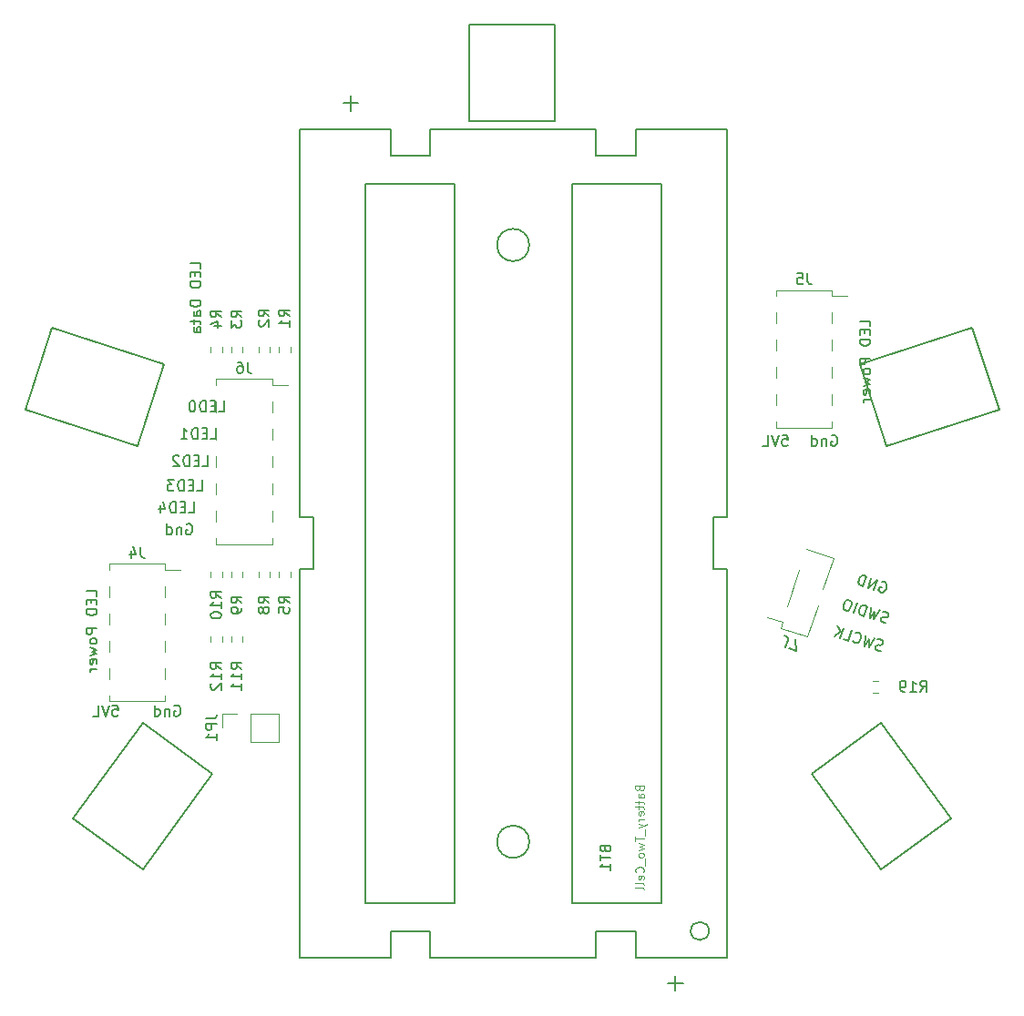
<source format=gbr>
%TF.GenerationSoftware,KiCad,Pcbnew,(6.0.2)*%
%TF.CreationDate,2022-05-01T12:50:51-07:00*%
%TF.ProjectId,controller,636f6e74-726f-46c6-9c65-722e6b696361,rev?*%
%TF.SameCoordinates,Original*%
%TF.FileFunction,Legend,Bot*%
%TF.FilePolarity,Positive*%
%FSLAX46Y46*%
G04 Gerber Fmt 4.6, Leading zero omitted, Abs format (unit mm)*
G04 Created by KiCad (PCBNEW (6.0.2)) date 2022-05-01 12:50:51*
%MOMM*%
%LPD*%
G01*
G04 APERTURE LIST*
%ADD10C,0.160000*%
%ADD11C,0.150000*%
%ADD12C,0.120000*%
G04 APERTURE END LIST*
D10*
X125993017Y-106489779D02*
X119527345Y-115388314D01*
X157835498Y-45842631D02*
X149835972Y-45842631D01*
X111062110Y-65012646D02*
X121523658Y-68412258D01*
X194616502Y-110686367D02*
X188144760Y-115388365D01*
X181678529Y-106490033D02*
X188151237Y-101787706D01*
X199081365Y-72621623D02*
X188619740Y-76020803D01*
X157835194Y-36842217D02*
X157835498Y-45842631D01*
X121523658Y-68412258D02*
X119051756Y-76020473D01*
X149835667Y-36842217D02*
X157835194Y-36842217D01*
X119051756Y-76020473D02*
X108590512Y-72621851D01*
X186147608Y-68412360D02*
X196609233Y-65013154D01*
X188144760Y-115388365D02*
X181678529Y-106490033D01*
X188619740Y-76020803D02*
X186147608Y-68412360D01*
X108590512Y-72621851D02*
X111062110Y-65012646D01*
X196609233Y-65013154D02*
X199081365Y-72621623D01*
X188151237Y-101787706D02*
X194616502Y-110686367D01*
X113054587Y-110686367D02*
X119521173Y-101787554D01*
X119521173Y-101787554D02*
X125993017Y-106489779D01*
X119527345Y-115388314D02*
X113054587Y-110686367D01*
X149835972Y-45842631D02*
X149835667Y-36842217D01*
D11*
X123801047Y-82240380D02*
X124277238Y-82240380D01*
X124277238Y-81240380D01*
X123467714Y-81716571D02*
X123134380Y-81716571D01*
X122991523Y-82240380D02*
X123467714Y-82240380D01*
X123467714Y-81240380D01*
X122991523Y-81240380D01*
X122562952Y-82240380D02*
X122562952Y-81240380D01*
X122324857Y-81240380D01*
X122182000Y-81288000D01*
X122086761Y-81383238D01*
X122039142Y-81478476D01*
X121991523Y-81668952D01*
X121991523Y-81811809D01*
X122039142Y-82002285D01*
X122086761Y-82097523D01*
X122182000Y-82192761D01*
X122324857Y-82240380D01*
X122562952Y-82240380D01*
X121134380Y-81573714D02*
X121134380Y-82240380D01*
X121372476Y-81192761D02*
X121610571Y-81907047D01*
X120991523Y-81907047D01*
X126595047Y-72842380D02*
X127071238Y-72842380D01*
X127071238Y-71842380D01*
X126261714Y-72318571D02*
X125928380Y-72318571D01*
X125785523Y-72842380D02*
X126261714Y-72842380D01*
X126261714Y-71842380D01*
X125785523Y-71842380D01*
X125356952Y-72842380D02*
X125356952Y-71842380D01*
X125118857Y-71842380D01*
X124976000Y-71890000D01*
X124880761Y-71985238D01*
X124833142Y-72080476D01*
X124785523Y-72270952D01*
X124785523Y-72413809D01*
X124833142Y-72604285D01*
X124880761Y-72699523D01*
X124976000Y-72794761D01*
X125118857Y-72842380D01*
X125356952Y-72842380D01*
X124166476Y-71842380D02*
X124071238Y-71842380D01*
X123976000Y-71890000D01*
X123928380Y-71937619D01*
X123880761Y-72032857D01*
X123833142Y-72223333D01*
X123833142Y-72461428D01*
X123880761Y-72651904D01*
X123928380Y-72747142D01*
X123976000Y-72794761D01*
X124071238Y-72842380D01*
X124166476Y-72842380D01*
X124261714Y-72794761D01*
X124309333Y-72747142D01*
X124356952Y-72651904D01*
X124404571Y-72461428D01*
X124404571Y-72223333D01*
X124356952Y-72032857D01*
X124309333Y-71937619D01*
X124261714Y-71890000D01*
X124166476Y-71842380D01*
X123578857Y-83320000D02*
X123674095Y-83272380D01*
X123816952Y-83272380D01*
X123959809Y-83320000D01*
X124055047Y-83415238D01*
X124102666Y-83510476D01*
X124150285Y-83700952D01*
X124150285Y-83843809D01*
X124102666Y-84034285D01*
X124055047Y-84129523D01*
X123959809Y-84224761D01*
X123816952Y-84272380D01*
X123721714Y-84272380D01*
X123578857Y-84224761D01*
X123531238Y-84177142D01*
X123531238Y-83843809D01*
X123721714Y-83843809D01*
X123102666Y-83605714D02*
X123102666Y-84272380D01*
X123102666Y-83700952D02*
X123055047Y-83653333D01*
X122959809Y-83605714D01*
X122816952Y-83605714D01*
X122721714Y-83653333D01*
X122674095Y-83748571D01*
X122674095Y-84272380D01*
X121769333Y-84272380D02*
X121769333Y-83272380D01*
X121769333Y-84224761D02*
X121864571Y-84272380D01*
X122055047Y-84272380D01*
X122150285Y-84224761D01*
X122197904Y-84177142D01*
X122245523Y-84081904D01*
X122245523Y-83796190D01*
X122197904Y-83700952D01*
X122150285Y-83653333D01*
X122055047Y-83605714D01*
X121864571Y-83605714D01*
X121769333Y-83653333D01*
X125833047Y-75382380D02*
X126309238Y-75382380D01*
X126309238Y-74382380D01*
X125499714Y-74858571D02*
X125166380Y-74858571D01*
X125023523Y-75382380D02*
X125499714Y-75382380D01*
X125499714Y-74382380D01*
X125023523Y-74382380D01*
X124594952Y-75382380D02*
X124594952Y-74382380D01*
X124356857Y-74382380D01*
X124214000Y-74430000D01*
X124118761Y-74525238D01*
X124071142Y-74620476D01*
X124023523Y-74810952D01*
X124023523Y-74953809D01*
X124071142Y-75144285D01*
X124118761Y-75239523D01*
X124214000Y-75334761D01*
X124356857Y-75382380D01*
X124594952Y-75382380D01*
X123071142Y-75382380D02*
X123642571Y-75382380D01*
X123356857Y-75382380D02*
X123356857Y-74382380D01*
X123452095Y-74525238D01*
X123547333Y-74620476D01*
X123642571Y-74668095D01*
X188204122Y-88659913D02*
X188309414Y-88644055D01*
X188445280Y-88688200D01*
X188566430Y-88777634D01*
X188627576Y-88897641D01*
X188643435Y-89002932D01*
X188629863Y-89198801D01*
X188585717Y-89334666D01*
X188481569Y-89501105D01*
X188406850Y-89576967D01*
X188286843Y-89638113D01*
X188136263Y-89639256D01*
X188045686Y-89609826D01*
X187924536Y-89520392D01*
X187893962Y-89460389D01*
X187996968Y-89143370D01*
X188178122Y-89202231D01*
X187456937Y-89418530D02*
X187765954Y-88467473D01*
X186913476Y-89241949D01*
X187222493Y-88290892D01*
X186460592Y-89094798D02*
X186769609Y-88143741D01*
X186543167Y-88070166D01*
X186392586Y-88071309D01*
X186272579Y-88132456D01*
X186197861Y-88208317D01*
X186093712Y-88374756D01*
X186049567Y-88510621D01*
X186035995Y-88706490D01*
X186051853Y-88811782D01*
X186112999Y-88931789D01*
X186234150Y-89021222D01*
X186460592Y-89094798D01*
X116695238Y-100152380D02*
X117171428Y-100152380D01*
X117219047Y-100628571D01*
X117171428Y-100580952D01*
X117076190Y-100533333D01*
X116838095Y-100533333D01*
X116742857Y-100580952D01*
X116695238Y-100628571D01*
X116647619Y-100723809D01*
X116647619Y-100961904D01*
X116695238Y-101057142D01*
X116742857Y-101104761D01*
X116838095Y-101152380D01*
X117076190Y-101152380D01*
X117171428Y-101104761D01*
X117219047Y-101057142D01*
X116361904Y-100152380D02*
X116028571Y-101152380D01*
X115695238Y-100152380D01*
X114885714Y-101152380D02*
X115361904Y-101152380D01*
X115361904Y-100152380D01*
X178955238Y-75017380D02*
X179431428Y-75017380D01*
X179479047Y-75493571D01*
X179431428Y-75445952D01*
X179336190Y-75398333D01*
X179098095Y-75398333D01*
X179002857Y-75445952D01*
X178955238Y-75493571D01*
X178907619Y-75588809D01*
X178907619Y-75826904D01*
X178955238Y-75922142D01*
X179002857Y-75969761D01*
X179098095Y-76017380D01*
X179336190Y-76017380D01*
X179431428Y-75969761D01*
X179479047Y-75922142D01*
X178621904Y-75017380D02*
X178288571Y-76017380D01*
X177955238Y-75017380D01*
X177145714Y-76017380D02*
X177621904Y-76017380D01*
X177621904Y-75017380D01*
X122442857Y-100200000D02*
X122538095Y-100152380D01*
X122680952Y-100152380D01*
X122823809Y-100200000D01*
X122919047Y-100295238D01*
X122966666Y-100390476D01*
X123014285Y-100580952D01*
X123014285Y-100723809D01*
X122966666Y-100914285D01*
X122919047Y-101009523D01*
X122823809Y-101104761D01*
X122680952Y-101152380D01*
X122585714Y-101152380D01*
X122442857Y-101104761D01*
X122395238Y-101057142D01*
X122395238Y-100723809D01*
X122585714Y-100723809D01*
X121966666Y-100485714D02*
X121966666Y-101152380D01*
X121966666Y-100580952D02*
X121919047Y-100533333D01*
X121823809Y-100485714D01*
X121680952Y-100485714D01*
X121585714Y-100533333D01*
X121538095Y-100628571D01*
X121538095Y-101152380D01*
X120633333Y-101152380D02*
X120633333Y-100152380D01*
X120633333Y-101104761D02*
X120728571Y-101152380D01*
X120919047Y-101152380D01*
X121014285Y-101104761D01*
X121061904Y-101057142D01*
X121109523Y-100961904D01*
X121109523Y-100676190D01*
X121061904Y-100580952D01*
X121014285Y-100533333D01*
X120919047Y-100485714D01*
X120728571Y-100485714D01*
X120633333Y-100533333D01*
X188580255Y-92479773D02*
X188429675Y-92480916D01*
X188203233Y-92407340D01*
X188127371Y-92332622D01*
X188096798Y-92272618D01*
X188080940Y-92167326D01*
X188110370Y-92076750D01*
X188185088Y-92000888D01*
X188245092Y-91970314D01*
X188350384Y-91954456D01*
X188546253Y-91968028D01*
X188651544Y-91952170D01*
X188711548Y-91921597D01*
X188786267Y-91845735D01*
X188815697Y-91755158D01*
X188799839Y-91649866D01*
X188769265Y-91589863D01*
X188693404Y-91515144D01*
X188466961Y-91441569D01*
X188316381Y-91442712D01*
X188014077Y-91294418D02*
X187478618Y-92171899D01*
X187518191Y-91433712D01*
X187116311Y-92054178D01*
X187198886Y-91029546D01*
X186527562Y-91862882D02*
X186836579Y-90911825D01*
X186610137Y-90838250D01*
X186459557Y-90839393D01*
X186339550Y-90900540D01*
X186264831Y-90976401D01*
X186160682Y-91142840D01*
X186116537Y-91278705D01*
X186102965Y-91474574D01*
X186118823Y-91579866D01*
X186179970Y-91699873D01*
X186301120Y-91789306D01*
X186527562Y-91862882D01*
X185576505Y-91553865D02*
X185885522Y-90602808D01*
X185251485Y-90396797D02*
X185070331Y-90337937D01*
X184965039Y-90353795D01*
X184845032Y-90414941D01*
X184740883Y-90581380D01*
X184637878Y-90898399D01*
X184624306Y-91094268D01*
X184685452Y-91214275D01*
X184761314Y-91288993D01*
X184942468Y-91347853D01*
X185047760Y-91331995D01*
X185167767Y-91270849D01*
X185271915Y-91104410D01*
X185374921Y-90787391D01*
X185388493Y-90591523D01*
X185327346Y-90471516D01*
X185251485Y-90396797D01*
X188081120Y-95063918D02*
X187930540Y-95065061D01*
X187704098Y-94991486D01*
X187628236Y-94916767D01*
X187597663Y-94856764D01*
X187581805Y-94751472D01*
X187611235Y-94660895D01*
X187685954Y-94585033D01*
X187745957Y-94554460D01*
X187851249Y-94538602D01*
X188047118Y-94552174D01*
X188152410Y-94536315D01*
X188212413Y-94505742D01*
X188287132Y-94429880D01*
X188316562Y-94339303D01*
X188300704Y-94234012D01*
X188270130Y-94174008D01*
X188194269Y-94099289D01*
X187967827Y-94025714D01*
X187817246Y-94026857D01*
X187514943Y-93878563D02*
X186979484Y-94756044D01*
X187019056Y-94017858D01*
X186617176Y-94638323D01*
X186699751Y-93613691D01*
X185514396Y-94179869D02*
X185544970Y-94239873D01*
X185666120Y-94329306D01*
X185756697Y-94358737D01*
X185907277Y-94357593D01*
X186027284Y-94296447D01*
X186102003Y-94220585D01*
X186206151Y-94054147D01*
X186250297Y-93918281D01*
X186263869Y-93722413D01*
X186248010Y-93617121D01*
X186186864Y-93497114D01*
X186065714Y-93407680D01*
X185975137Y-93378250D01*
X185824557Y-93379393D01*
X185764553Y-93409966D01*
X184624487Y-93990859D02*
X185077371Y-94138010D01*
X185386388Y-93186954D01*
X184307468Y-93887853D02*
X184616485Y-92936797D01*
X183764007Y-93711272D02*
X184348184Y-93300247D01*
X184073024Y-92760216D02*
X184439904Y-93480258D01*
X183522857Y-75065000D02*
X183618095Y-75017380D01*
X183760952Y-75017380D01*
X183903809Y-75065000D01*
X183999047Y-75160238D01*
X184046666Y-75255476D01*
X184094285Y-75445952D01*
X184094285Y-75588809D01*
X184046666Y-75779285D01*
X183999047Y-75874523D01*
X183903809Y-75969761D01*
X183760952Y-76017380D01*
X183665714Y-76017380D01*
X183522857Y-75969761D01*
X183475238Y-75922142D01*
X183475238Y-75588809D01*
X183665714Y-75588809D01*
X183046666Y-75350714D02*
X183046666Y-76017380D01*
X183046666Y-75445952D02*
X182999047Y-75398333D01*
X182903809Y-75350714D01*
X182760952Y-75350714D01*
X182665714Y-75398333D01*
X182618095Y-75493571D01*
X182618095Y-76017380D01*
X181713333Y-76017380D02*
X181713333Y-75017380D01*
X181713333Y-75969761D02*
X181808571Y-76017380D01*
X181999047Y-76017380D01*
X182094285Y-75969761D01*
X182141904Y-75922142D01*
X182189523Y-75826904D01*
X182189523Y-75541190D01*
X182141904Y-75445952D01*
X182094285Y-75398333D01*
X181999047Y-75350714D01*
X181808571Y-75350714D01*
X181713333Y-75398333D01*
X124563047Y-80208380D02*
X125039238Y-80208380D01*
X125039238Y-79208380D01*
X124229714Y-79684571D02*
X123896380Y-79684571D01*
X123753523Y-80208380D02*
X124229714Y-80208380D01*
X124229714Y-79208380D01*
X123753523Y-79208380D01*
X123324952Y-80208380D02*
X123324952Y-79208380D01*
X123086857Y-79208380D01*
X122944000Y-79256000D01*
X122848761Y-79351238D01*
X122801142Y-79446476D01*
X122753523Y-79636952D01*
X122753523Y-79779809D01*
X122801142Y-79970285D01*
X122848761Y-80065523D01*
X122944000Y-80160761D01*
X123086857Y-80208380D01*
X123324952Y-80208380D01*
X122420190Y-79208380D02*
X121801142Y-79208380D01*
X122134476Y-79589333D01*
X121991619Y-79589333D01*
X121896380Y-79636952D01*
X121848761Y-79684571D01*
X121801142Y-79779809D01*
X121801142Y-80017904D01*
X121848761Y-80113142D01*
X121896380Y-80160761D01*
X121991619Y-80208380D01*
X122277333Y-80208380D01*
X122372571Y-80160761D01*
X122420190Y-80113142D01*
X125071047Y-77922380D02*
X125547238Y-77922380D01*
X125547238Y-76922380D01*
X124737714Y-77398571D02*
X124404380Y-77398571D01*
X124261523Y-77922380D02*
X124737714Y-77922380D01*
X124737714Y-76922380D01*
X124261523Y-76922380D01*
X123832952Y-77922380D02*
X123832952Y-76922380D01*
X123594857Y-76922380D01*
X123452000Y-76970000D01*
X123356761Y-77065238D01*
X123309142Y-77160476D01*
X123261523Y-77350952D01*
X123261523Y-77493809D01*
X123309142Y-77684285D01*
X123356761Y-77779523D01*
X123452000Y-77874761D01*
X123594857Y-77922380D01*
X123832952Y-77922380D01*
X122880571Y-77017619D02*
X122832952Y-76970000D01*
X122737714Y-76922380D01*
X122499619Y-76922380D01*
X122404380Y-76970000D01*
X122356761Y-77017619D01*
X122309142Y-77112857D01*
X122309142Y-77208095D01*
X122356761Y-77350952D01*
X122928190Y-77922380D01*
X122309142Y-77922380D01*
%TO.C,J4*%
X119308333Y-85422380D02*
X119308333Y-86136666D01*
X119355952Y-86279523D01*
X119451190Y-86374761D01*
X119594047Y-86422380D01*
X119689285Y-86422380D01*
X118403571Y-85755714D02*
X118403571Y-86422380D01*
X118641666Y-85374761D02*
X118879761Y-86089047D01*
X118260714Y-86089047D01*
X115260380Y-89979904D02*
X115260380Y-89503714D01*
X114260380Y-89503714D01*
X114736571Y-90313238D02*
X114736571Y-90646571D01*
X115260380Y-90789428D02*
X115260380Y-90313238D01*
X114260380Y-90313238D01*
X114260380Y-90789428D01*
X115260380Y-91218000D02*
X114260380Y-91218000D01*
X114260380Y-91456095D01*
X114308000Y-91598952D01*
X114403238Y-91694190D01*
X114498476Y-91741809D01*
X114688952Y-91789428D01*
X114831809Y-91789428D01*
X115022285Y-91741809D01*
X115117523Y-91694190D01*
X115212761Y-91598952D01*
X115260380Y-91456095D01*
X115260380Y-91218000D01*
X115260380Y-92979904D02*
X114260380Y-92979904D01*
X114260380Y-93360857D01*
X114308000Y-93456095D01*
X114355619Y-93503714D01*
X114450857Y-93551333D01*
X114593714Y-93551333D01*
X114688952Y-93503714D01*
X114736571Y-93456095D01*
X114784190Y-93360857D01*
X114784190Y-92979904D01*
X115260380Y-94122761D02*
X115212761Y-94027523D01*
X115165142Y-93979904D01*
X115069904Y-93932285D01*
X114784190Y-93932285D01*
X114688952Y-93979904D01*
X114641333Y-94027523D01*
X114593714Y-94122761D01*
X114593714Y-94265619D01*
X114641333Y-94360857D01*
X114688952Y-94408476D01*
X114784190Y-94456095D01*
X115069904Y-94456095D01*
X115165142Y-94408476D01*
X115212761Y-94360857D01*
X115260380Y-94265619D01*
X115260380Y-94122761D01*
X114593714Y-94789428D02*
X115260380Y-94979904D01*
X114784190Y-95170380D01*
X115260380Y-95360857D01*
X114593714Y-95551333D01*
X115212761Y-96313238D02*
X115260380Y-96218000D01*
X115260380Y-96027523D01*
X115212761Y-95932285D01*
X115117523Y-95884666D01*
X114736571Y-95884666D01*
X114641333Y-95932285D01*
X114593714Y-96027523D01*
X114593714Y-96218000D01*
X114641333Y-96313238D01*
X114736571Y-96360857D01*
X114831809Y-96360857D01*
X114927047Y-95884666D01*
X115260380Y-96789428D02*
X114593714Y-96789428D01*
X114784190Y-96789428D02*
X114688952Y-96837047D01*
X114641333Y-96884666D01*
X114593714Y-96979904D01*
X114593714Y-97075142D01*
%TO.C,BT1*%
X162488571Y-113514285D02*
X162536190Y-113657142D01*
X162583809Y-113704761D01*
X162679047Y-113752380D01*
X162821904Y-113752380D01*
X162917142Y-113704761D01*
X162964761Y-113657142D01*
X163012380Y-113561904D01*
X163012380Y-113180952D01*
X162012380Y-113180952D01*
X162012380Y-113514285D01*
X162060000Y-113609523D01*
X162107619Y-113657142D01*
X162202857Y-113704761D01*
X162298095Y-113704761D01*
X162393333Y-113657142D01*
X162440952Y-113609523D01*
X162488571Y-113514285D01*
X162488571Y-113180952D01*
X162012380Y-114038095D02*
X162012380Y-114609523D01*
X163012380Y-114323809D02*
X162012380Y-114323809D01*
X163012380Y-115466666D02*
X163012380Y-114895238D01*
X163012380Y-115180952D02*
X162012380Y-115180952D01*
X162155238Y-115085714D01*
X162250476Y-114990476D01*
X162298095Y-114895238D01*
D12*
X165677857Y-107880714D02*
X165715952Y-107995000D01*
X165754047Y-108033095D01*
X165830238Y-108071190D01*
X165944523Y-108071190D01*
X166020714Y-108033095D01*
X166058809Y-107995000D01*
X166096904Y-107918809D01*
X166096904Y-107614047D01*
X165296904Y-107614047D01*
X165296904Y-107880714D01*
X165335000Y-107956904D01*
X165373095Y-107995000D01*
X165449285Y-108033095D01*
X165525476Y-108033095D01*
X165601666Y-107995000D01*
X165639761Y-107956904D01*
X165677857Y-107880714D01*
X165677857Y-107614047D01*
X166096904Y-108756904D02*
X165677857Y-108756904D01*
X165601666Y-108718809D01*
X165563571Y-108642619D01*
X165563571Y-108490238D01*
X165601666Y-108414047D01*
X166058809Y-108756904D02*
X166096904Y-108680714D01*
X166096904Y-108490238D01*
X166058809Y-108414047D01*
X165982619Y-108375952D01*
X165906428Y-108375952D01*
X165830238Y-108414047D01*
X165792142Y-108490238D01*
X165792142Y-108680714D01*
X165754047Y-108756904D01*
X165563571Y-109023571D02*
X165563571Y-109328333D01*
X165296904Y-109137857D02*
X165982619Y-109137857D01*
X166058809Y-109175952D01*
X166096904Y-109252142D01*
X166096904Y-109328333D01*
X165563571Y-109480714D02*
X165563571Y-109785476D01*
X165296904Y-109595000D02*
X165982619Y-109595000D01*
X166058809Y-109633095D01*
X166096904Y-109709285D01*
X166096904Y-109785476D01*
X166058809Y-110356904D02*
X166096904Y-110280714D01*
X166096904Y-110128333D01*
X166058809Y-110052142D01*
X165982619Y-110014047D01*
X165677857Y-110014047D01*
X165601666Y-110052142D01*
X165563571Y-110128333D01*
X165563571Y-110280714D01*
X165601666Y-110356904D01*
X165677857Y-110395000D01*
X165754047Y-110395000D01*
X165830238Y-110014047D01*
X166096904Y-110737857D02*
X165563571Y-110737857D01*
X165715952Y-110737857D02*
X165639761Y-110775952D01*
X165601666Y-110814047D01*
X165563571Y-110890238D01*
X165563571Y-110966428D01*
X165563571Y-111156904D02*
X166096904Y-111347380D01*
X165563571Y-111537857D02*
X166096904Y-111347380D01*
X166287380Y-111271190D01*
X166325476Y-111233095D01*
X166363571Y-111156904D01*
X166173095Y-111652142D02*
X166173095Y-112261666D01*
X165296904Y-112337857D02*
X165296904Y-112795000D01*
X166096904Y-112566428D02*
X165296904Y-112566428D01*
X165563571Y-112985476D02*
X166096904Y-113137857D01*
X165715952Y-113290238D01*
X166096904Y-113442619D01*
X165563571Y-113595000D01*
X166096904Y-114014047D02*
X166058809Y-113937857D01*
X166020714Y-113899761D01*
X165944523Y-113861666D01*
X165715952Y-113861666D01*
X165639761Y-113899761D01*
X165601666Y-113937857D01*
X165563571Y-114014047D01*
X165563571Y-114128333D01*
X165601666Y-114204523D01*
X165639761Y-114242619D01*
X165715952Y-114280714D01*
X165944523Y-114280714D01*
X166020714Y-114242619D01*
X166058809Y-114204523D01*
X166096904Y-114128333D01*
X166096904Y-114014047D01*
X166173095Y-114433095D02*
X166173095Y-115042619D01*
X166020714Y-115690238D02*
X166058809Y-115652142D01*
X166096904Y-115537857D01*
X166096904Y-115461666D01*
X166058809Y-115347380D01*
X165982619Y-115271190D01*
X165906428Y-115233095D01*
X165754047Y-115195000D01*
X165639761Y-115195000D01*
X165487380Y-115233095D01*
X165411190Y-115271190D01*
X165335000Y-115347380D01*
X165296904Y-115461666D01*
X165296904Y-115537857D01*
X165335000Y-115652142D01*
X165373095Y-115690238D01*
X166058809Y-116337857D02*
X166096904Y-116261666D01*
X166096904Y-116109285D01*
X166058809Y-116033095D01*
X165982619Y-115995000D01*
X165677857Y-115995000D01*
X165601666Y-116033095D01*
X165563571Y-116109285D01*
X165563571Y-116261666D01*
X165601666Y-116337857D01*
X165677857Y-116375952D01*
X165754047Y-116375952D01*
X165830238Y-115995000D01*
X166096904Y-116833095D02*
X166058809Y-116756904D01*
X165982619Y-116718809D01*
X165296904Y-116718809D01*
X166096904Y-117252142D02*
X166058809Y-117175952D01*
X165982619Y-117137857D01*
X165296904Y-117137857D01*
D11*
%TO.C,J6*%
X129253333Y-68242380D02*
X129253333Y-68956666D01*
X129300952Y-69099523D01*
X129396190Y-69194761D01*
X129539047Y-69242380D01*
X129634285Y-69242380D01*
X128348571Y-68242380D02*
X128539047Y-68242380D01*
X128634285Y-68290000D01*
X128681904Y-68337619D01*
X128777142Y-68480476D01*
X128824761Y-68670952D01*
X128824761Y-69051904D01*
X128777142Y-69147142D01*
X128729523Y-69194761D01*
X128634285Y-69242380D01*
X128443809Y-69242380D01*
X128348571Y-69194761D01*
X128300952Y-69147142D01*
X128253333Y-69051904D01*
X128253333Y-68813809D01*
X128300952Y-68718571D01*
X128348571Y-68670952D01*
X128443809Y-68623333D01*
X128634285Y-68623333D01*
X128729523Y-68670952D01*
X128777142Y-68718571D01*
X128824761Y-68813809D01*
X124912380Y-59515714D02*
X124912380Y-59039523D01*
X123912380Y-59039523D01*
X124388571Y-59849047D02*
X124388571Y-60182380D01*
X124912380Y-60325238D02*
X124912380Y-59849047D01*
X123912380Y-59849047D01*
X123912380Y-60325238D01*
X124912380Y-60753809D02*
X123912380Y-60753809D01*
X123912380Y-60991904D01*
X123960000Y-61134761D01*
X124055238Y-61230000D01*
X124150476Y-61277619D01*
X124340952Y-61325238D01*
X124483809Y-61325238D01*
X124674285Y-61277619D01*
X124769523Y-61230000D01*
X124864761Y-61134761D01*
X124912380Y-60991904D01*
X124912380Y-60753809D01*
X124912380Y-62515714D02*
X123912380Y-62515714D01*
X123912380Y-62753809D01*
X123960000Y-62896666D01*
X124055238Y-62991904D01*
X124150476Y-63039523D01*
X124340952Y-63087142D01*
X124483809Y-63087142D01*
X124674285Y-63039523D01*
X124769523Y-62991904D01*
X124864761Y-62896666D01*
X124912380Y-62753809D01*
X124912380Y-62515714D01*
X124912380Y-63944285D02*
X124388571Y-63944285D01*
X124293333Y-63896666D01*
X124245714Y-63801428D01*
X124245714Y-63610952D01*
X124293333Y-63515714D01*
X124864761Y-63944285D02*
X124912380Y-63849047D01*
X124912380Y-63610952D01*
X124864761Y-63515714D01*
X124769523Y-63468095D01*
X124674285Y-63468095D01*
X124579047Y-63515714D01*
X124531428Y-63610952D01*
X124531428Y-63849047D01*
X124483809Y-63944285D01*
X124245714Y-64277619D02*
X124245714Y-64658571D01*
X123912380Y-64420476D02*
X124769523Y-64420476D01*
X124864761Y-64468095D01*
X124912380Y-64563333D01*
X124912380Y-64658571D01*
X124912380Y-65420476D02*
X124388571Y-65420476D01*
X124293333Y-65372857D01*
X124245714Y-65277619D01*
X124245714Y-65087142D01*
X124293333Y-64991904D01*
X124864761Y-65420476D02*
X124912380Y-65325238D01*
X124912380Y-65087142D01*
X124864761Y-64991904D01*
X124769523Y-64944285D01*
X124674285Y-64944285D01*
X124579047Y-64991904D01*
X124531428Y-65087142D01*
X124531428Y-65325238D01*
X124483809Y-65420476D01*
%TO.C,R9*%
X128722380Y-90638333D02*
X128246190Y-90305000D01*
X128722380Y-90066904D02*
X127722380Y-90066904D01*
X127722380Y-90447857D01*
X127770000Y-90543095D01*
X127817619Y-90590714D01*
X127912857Y-90638333D01*
X128055714Y-90638333D01*
X128150952Y-90590714D01*
X128198571Y-90543095D01*
X128246190Y-90447857D01*
X128246190Y-90066904D01*
X128722380Y-91114523D02*
X128722380Y-91305000D01*
X128674761Y-91400238D01*
X128627142Y-91447857D01*
X128484285Y-91543095D01*
X128293809Y-91590714D01*
X127912857Y-91590714D01*
X127817619Y-91543095D01*
X127770000Y-91495476D01*
X127722380Y-91400238D01*
X127722380Y-91209761D01*
X127770000Y-91114523D01*
X127817619Y-91066904D01*
X127912857Y-91019285D01*
X128150952Y-91019285D01*
X128246190Y-91066904D01*
X128293809Y-91114523D01*
X128341428Y-91209761D01*
X128341428Y-91400238D01*
X128293809Y-91495476D01*
X128246190Y-91543095D01*
X128150952Y-91590714D01*
%TO.C,R2*%
X131262380Y-63968333D02*
X130786190Y-63635000D01*
X131262380Y-63396904D02*
X130262380Y-63396904D01*
X130262380Y-63777857D01*
X130310000Y-63873095D01*
X130357619Y-63920714D01*
X130452857Y-63968333D01*
X130595714Y-63968333D01*
X130690952Y-63920714D01*
X130738571Y-63873095D01*
X130786190Y-63777857D01*
X130786190Y-63396904D01*
X130357619Y-64349285D02*
X130310000Y-64396904D01*
X130262380Y-64492142D01*
X130262380Y-64730238D01*
X130310000Y-64825476D01*
X130357619Y-64873095D01*
X130452857Y-64920714D01*
X130548095Y-64920714D01*
X130690952Y-64873095D01*
X131262380Y-64301666D01*
X131262380Y-64920714D01*
%TO.C,R1*%
X133167380Y-63968333D02*
X132691190Y-63635000D01*
X133167380Y-63396904D02*
X132167380Y-63396904D01*
X132167380Y-63777857D01*
X132215000Y-63873095D01*
X132262619Y-63920714D01*
X132357857Y-63968333D01*
X132500714Y-63968333D01*
X132595952Y-63920714D01*
X132643571Y-63873095D01*
X132691190Y-63777857D01*
X132691190Y-63396904D01*
X133167380Y-64920714D02*
X133167380Y-64349285D01*
X133167380Y-64635000D02*
X132167380Y-64635000D01*
X132310238Y-64539761D01*
X132405476Y-64444523D01*
X132453095Y-64349285D01*
%TO.C,R3*%
X128722380Y-64048333D02*
X128246190Y-63715000D01*
X128722380Y-63476904D02*
X127722380Y-63476904D01*
X127722380Y-63857857D01*
X127770000Y-63953095D01*
X127817619Y-64000714D01*
X127912857Y-64048333D01*
X128055714Y-64048333D01*
X128150952Y-64000714D01*
X128198571Y-63953095D01*
X128246190Y-63857857D01*
X128246190Y-63476904D01*
X127722380Y-64381666D02*
X127722380Y-65000714D01*
X128103333Y-64667380D01*
X128103333Y-64810238D01*
X128150952Y-64905476D01*
X128198571Y-64953095D01*
X128293809Y-65000714D01*
X128531904Y-65000714D01*
X128627142Y-64953095D01*
X128674761Y-64905476D01*
X128722380Y-64810238D01*
X128722380Y-64524523D01*
X128674761Y-64429285D01*
X128627142Y-64381666D01*
%TO.C,R5*%
X133167380Y-90638333D02*
X132691190Y-90305000D01*
X133167380Y-90066904D02*
X132167380Y-90066904D01*
X132167380Y-90447857D01*
X132215000Y-90543095D01*
X132262619Y-90590714D01*
X132357857Y-90638333D01*
X132500714Y-90638333D01*
X132595952Y-90590714D01*
X132643571Y-90543095D01*
X132691190Y-90447857D01*
X132691190Y-90066904D01*
X132167380Y-91543095D02*
X132167380Y-91066904D01*
X132643571Y-91019285D01*
X132595952Y-91066904D01*
X132548333Y-91162142D01*
X132548333Y-91400238D01*
X132595952Y-91495476D01*
X132643571Y-91543095D01*
X132738809Y-91590714D01*
X132976904Y-91590714D01*
X133072142Y-91543095D01*
X133119761Y-91495476D01*
X133167380Y-91400238D01*
X133167380Y-91162142D01*
X133119761Y-91066904D01*
X133072142Y-91019285D01*
%TO.C,J5*%
X181293333Y-59987380D02*
X181293333Y-60701666D01*
X181340952Y-60844523D01*
X181436190Y-60939761D01*
X181579047Y-60987380D01*
X181674285Y-60987380D01*
X180340952Y-59987380D02*
X180817142Y-59987380D01*
X180864761Y-60463571D01*
X180817142Y-60415952D01*
X180721904Y-60368333D01*
X180483809Y-60368333D01*
X180388571Y-60415952D01*
X180340952Y-60463571D01*
X180293333Y-60558809D01*
X180293333Y-60796904D01*
X180340952Y-60892142D01*
X180388571Y-60939761D01*
X180483809Y-60987380D01*
X180721904Y-60987380D01*
X180817142Y-60939761D01*
X180864761Y-60892142D01*
X187137380Y-64886904D02*
X187137380Y-64410714D01*
X186137380Y-64410714D01*
X186613571Y-65220238D02*
X186613571Y-65553571D01*
X187137380Y-65696428D02*
X187137380Y-65220238D01*
X186137380Y-65220238D01*
X186137380Y-65696428D01*
X187137380Y-66125000D02*
X186137380Y-66125000D01*
X186137380Y-66363095D01*
X186185000Y-66505952D01*
X186280238Y-66601190D01*
X186375476Y-66648809D01*
X186565952Y-66696428D01*
X186708809Y-66696428D01*
X186899285Y-66648809D01*
X186994523Y-66601190D01*
X187089761Y-66505952D01*
X187137380Y-66363095D01*
X187137380Y-66125000D01*
X187137380Y-67886904D02*
X186137380Y-67886904D01*
X186137380Y-68267857D01*
X186185000Y-68363095D01*
X186232619Y-68410714D01*
X186327857Y-68458333D01*
X186470714Y-68458333D01*
X186565952Y-68410714D01*
X186613571Y-68363095D01*
X186661190Y-68267857D01*
X186661190Y-67886904D01*
X187137380Y-69029761D02*
X187089761Y-68934523D01*
X187042142Y-68886904D01*
X186946904Y-68839285D01*
X186661190Y-68839285D01*
X186565952Y-68886904D01*
X186518333Y-68934523D01*
X186470714Y-69029761D01*
X186470714Y-69172619D01*
X186518333Y-69267857D01*
X186565952Y-69315476D01*
X186661190Y-69363095D01*
X186946904Y-69363095D01*
X187042142Y-69315476D01*
X187089761Y-69267857D01*
X187137380Y-69172619D01*
X187137380Y-69029761D01*
X186470714Y-69696428D02*
X187137380Y-69886904D01*
X186661190Y-70077380D01*
X187137380Y-70267857D01*
X186470714Y-70458333D01*
X187089761Y-71220238D02*
X187137380Y-71125000D01*
X187137380Y-70934523D01*
X187089761Y-70839285D01*
X186994523Y-70791666D01*
X186613571Y-70791666D01*
X186518333Y-70839285D01*
X186470714Y-70934523D01*
X186470714Y-71125000D01*
X186518333Y-71220238D01*
X186613571Y-71267857D01*
X186708809Y-71267857D01*
X186804047Y-70791666D01*
X187137380Y-71696428D02*
X186470714Y-71696428D01*
X186661190Y-71696428D02*
X186565952Y-71744047D01*
X186518333Y-71791666D01*
X186470714Y-71886904D01*
X186470714Y-71982142D01*
%TO.C,JP1*%
X125392380Y-101401666D02*
X126106666Y-101401666D01*
X126249523Y-101354047D01*
X126344761Y-101258809D01*
X126392380Y-101115952D01*
X126392380Y-101020714D01*
X126392380Y-101877857D02*
X125392380Y-101877857D01*
X125392380Y-102258809D01*
X125440000Y-102354047D01*
X125487619Y-102401666D01*
X125582857Y-102449285D01*
X125725714Y-102449285D01*
X125820952Y-102401666D01*
X125868571Y-102354047D01*
X125916190Y-102258809D01*
X125916190Y-101877857D01*
X126392380Y-103401666D02*
X126392380Y-102830238D01*
X126392380Y-103115952D02*
X125392380Y-103115952D01*
X125535238Y-103020714D01*
X125630476Y-102925476D01*
X125678095Y-102830238D01*
%TO.C,J7*%
X179231737Y-94738550D02*
X179452463Y-94059224D01*
X179451320Y-93908644D01*
X179390174Y-93788637D01*
X179269024Y-93699203D01*
X179178447Y-93669773D01*
X179594044Y-94856271D02*
X180228082Y-95062283D01*
X180129503Y-93978790D01*
%TO.C,R12*%
X126817380Y-96789642D02*
X126341190Y-96456309D01*
X126817380Y-96218214D02*
X125817380Y-96218214D01*
X125817380Y-96599166D01*
X125865000Y-96694404D01*
X125912619Y-96742023D01*
X126007857Y-96789642D01*
X126150714Y-96789642D01*
X126245952Y-96742023D01*
X126293571Y-96694404D01*
X126341190Y-96599166D01*
X126341190Y-96218214D01*
X126817380Y-97742023D02*
X126817380Y-97170595D01*
X126817380Y-97456309D02*
X125817380Y-97456309D01*
X125960238Y-97361071D01*
X126055476Y-97265833D01*
X126103095Y-97170595D01*
X125912619Y-98122976D02*
X125865000Y-98170595D01*
X125817380Y-98265833D01*
X125817380Y-98503928D01*
X125865000Y-98599166D01*
X125912619Y-98646785D01*
X126007857Y-98694404D01*
X126103095Y-98694404D01*
X126245952Y-98646785D01*
X126817380Y-98075357D01*
X126817380Y-98694404D01*
%TO.C,R4*%
X126817380Y-64048333D02*
X126341190Y-63715000D01*
X126817380Y-63476904D02*
X125817380Y-63476904D01*
X125817380Y-63857857D01*
X125865000Y-63953095D01*
X125912619Y-64000714D01*
X126007857Y-64048333D01*
X126150714Y-64048333D01*
X126245952Y-64000714D01*
X126293571Y-63953095D01*
X126341190Y-63857857D01*
X126341190Y-63476904D01*
X126150714Y-64905476D02*
X126817380Y-64905476D01*
X125769761Y-64667380D02*
X126484047Y-64429285D01*
X126484047Y-65048333D01*
%TO.C,R19*%
X191777857Y-98877380D02*
X192111190Y-98401190D01*
X192349285Y-98877380D02*
X192349285Y-97877380D01*
X191968333Y-97877380D01*
X191873095Y-97925000D01*
X191825476Y-97972619D01*
X191777857Y-98067857D01*
X191777857Y-98210714D01*
X191825476Y-98305952D01*
X191873095Y-98353571D01*
X191968333Y-98401190D01*
X192349285Y-98401190D01*
X190825476Y-98877380D02*
X191396904Y-98877380D01*
X191111190Y-98877380D02*
X191111190Y-97877380D01*
X191206428Y-98020238D01*
X191301666Y-98115476D01*
X191396904Y-98163095D01*
X190349285Y-98877380D02*
X190158809Y-98877380D01*
X190063571Y-98829761D01*
X190015952Y-98782142D01*
X189920714Y-98639285D01*
X189873095Y-98448809D01*
X189873095Y-98067857D01*
X189920714Y-97972619D01*
X189968333Y-97925000D01*
X190063571Y-97877380D01*
X190254047Y-97877380D01*
X190349285Y-97925000D01*
X190396904Y-97972619D01*
X190444523Y-98067857D01*
X190444523Y-98305952D01*
X190396904Y-98401190D01*
X190349285Y-98448809D01*
X190254047Y-98496428D01*
X190063571Y-98496428D01*
X189968333Y-98448809D01*
X189920714Y-98401190D01*
X189873095Y-98305952D01*
%TO.C,R10*%
X126817380Y-90162142D02*
X126341190Y-89828809D01*
X126817380Y-89590714D02*
X125817380Y-89590714D01*
X125817380Y-89971666D01*
X125865000Y-90066904D01*
X125912619Y-90114523D01*
X126007857Y-90162142D01*
X126150714Y-90162142D01*
X126245952Y-90114523D01*
X126293571Y-90066904D01*
X126341190Y-89971666D01*
X126341190Y-89590714D01*
X126817380Y-91114523D02*
X126817380Y-90543095D01*
X126817380Y-90828809D02*
X125817380Y-90828809D01*
X125960238Y-90733571D01*
X126055476Y-90638333D01*
X126103095Y-90543095D01*
X125817380Y-91733571D02*
X125817380Y-91828809D01*
X125865000Y-91924047D01*
X125912619Y-91971666D01*
X126007857Y-92019285D01*
X126198333Y-92066904D01*
X126436428Y-92066904D01*
X126626904Y-92019285D01*
X126722142Y-91971666D01*
X126769761Y-91924047D01*
X126817380Y-91828809D01*
X126817380Y-91733571D01*
X126769761Y-91638333D01*
X126722142Y-91590714D01*
X126626904Y-91543095D01*
X126436428Y-91495476D01*
X126198333Y-91495476D01*
X126007857Y-91543095D01*
X125912619Y-91590714D01*
X125865000Y-91638333D01*
X125817380Y-91733571D01*
%TO.C,R11*%
X128722380Y-96789642D02*
X128246190Y-96456309D01*
X128722380Y-96218214D02*
X127722380Y-96218214D01*
X127722380Y-96599166D01*
X127770000Y-96694404D01*
X127817619Y-96742023D01*
X127912857Y-96789642D01*
X128055714Y-96789642D01*
X128150952Y-96742023D01*
X128198571Y-96694404D01*
X128246190Y-96599166D01*
X128246190Y-96218214D01*
X128722380Y-97742023D02*
X128722380Y-97170595D01*
X128722380Y-97456309D02*
X127722380Y-97456309D01*
X127865238Y-97361071D01*
X127960476Y-97265833D01*
X128008095Y-97170595D01*
X128722380Y-98694404D02*
X128722380Y-98122976D01*
X128722380Y-98408690D02*
X127722380Y-98408690D01*
X127865238Y-98313452D01*
X127960476Y-98218214D01*
X128008095Y-98122976D01*
%TO.C,R8*%
X131262380Y-90638333D02*
X130786190Y-90305000D01*
X131262380Y-90066904D02*
X130262380Y-90066904D01*
X130262380Y-90447857D01*
X130310000Y-90543095D01*
X130357619Y-90590714D01*
X130452857Y-90638333D01*
X130595714Y-90638333D01*
X130690952Y-90590714D01*
X130738571Y-90543095D01*
X130786190Y-90447857D01*
X130786190Y-90066904D01*
X130690952Y-91209761D02*
X130643333Y-91114523D01*
X130595714Y-91066904D01*
X130500476Y-91019285D01*
X130452857Y-91019285D01*
X130357619Y-91066904D01*
X130310000Y-91114523D01*
X130262380Y-91209761D01*
X130262380Y-91400238D01*
X130310000Y-91495476D01*
X130357619Y-91543095D01*
X130452857Y-91590714D01*
X130500476Y-91590714D01*
X130595714Y-91543095D01*
X130643333Y-91495476D01*
X130690952Y-91400238D01*
X130690952Y-91209761D01*
X130738571Y-91114523D01*
X130786190Y-91066904D01*
X130881428Y-91019285D01*
X131071904Y-91019285D01*
X131167142Y-91066904D01*
X131214761Y-91114523D01*
X131262380Y-91209761D01*
X131262380Y-91400238D01*
X131214761Y-91495476D01*
X131167142Y-91543095D01*
X131071904Y-91590714D01*
X130881428Y-91590714D01*
X130786190Y-91543095D01*
X130738571Y-91495476D01*
X130690952Y-91400238D01*
D12*
%TO.C,J4*%
X116375000Y-99220000D02*
X116375000Y-99790000D01*
X116375000Y-91600000D02*
X116375000Y-92620000D01*
X121575000Y-89060000D02*
X121575000Y-90080000D01*
X121575000Y-86970000D02*
X116375000Y-86970000D01*
X121575000Y-96680000D02*
X121575000Y-97700000D01*
X121575000Y-94140000D02*
X121575000Y-95160000D01*
X116375000Y-94140000D02*
X116375000Y-95160000D01*
X121575000Y-91600000D02*
X121575000Y-92620000D01*
X121575000Y-99220000D02*
X121575000Y-99790000D01*
X123015000Y-87540000D02*
X121575000Y-87540000D01*
X116375000Y-89060000D02*
X116375000Y-90080000D01*
X116375000Y-86970000D02*
X116375000Y-87540000D01*
X116375000Y-96680000D02*
X116375000Y-97700000D01*
X121575000Y-99790000D02*
X116375000Y-99790000D01*
X121575000Y-86970000D02*
X121575000Y-87540000D01*
D10*
%TO.C,BT1*%
X169719000Y-126014000D02*
X169019000Y-126014000D01*
X140180000Y-51640000D02*
X144380000Y-51640000D01*
X135330000Y-82690000D02*
X135330000Y-87490000D01*
X134080000Y-123640000D02*
X142530000Y-123640000D01*
X146230000Y-49040000D02*
X146230000Y-46540000D01*
X173780000Y-123640000D02*
X165330000Y-123640000D01*
X148480000Y-51640000D02*
X148480000Y-118540000D01*
X167680000Y-118540000D02*
X167680000Y-51640000D01*
X159380000Y-51640000D02*
X159380000Y-118540000D01*
X169019000Y-126014000D02*
X168319000Y-126014000D01*
X159380000Y-118540000D02*
X163480000Y-118540000D01*
X148480000Y-118540000D02*
X144380000Y-118540000D01*
X163480000Y-51640000D02*
X159380000Y-51640000D01*
X172530000Y-87490000D02*
X172530000Y-82690000D01*
X161630000Y-49040000D02*
X165330000Y-49040000D01*
X165330000Y-49040000D02*
X165330000Y-46540000D01*
X134080000Y-82690000D02*
X135330000Y-82690000D01*
X144380000Y-118540000D02*
X140180000Y-118540000D01*
X169019000Y-126714000D02*
X169019000Y-126014000D01*
X173780000Y-87490000D02*
X172530000Y-87490000D01*
X140180000Y-118540000D02*
X140180000Y-51640000D01*
X165330000Y-121140000D02*
X165330000Y-123640000D01*
X138841000Y-44866000D02*
X138841000Y-43466000D01*
X173780000Y-46540000D02*
X165330000Y-46540000D01*
X163480000Y-118540000D02*
X167680000Y-118540000D01*
X146230000Y-123640000D02*
X161630000Y-123640000D01*
X139541000Y-44166000D02*
X138141000Y-44166000D01*
X161630000Y-46540000D02*
X146230000Y-46540000D01*
X142530000Y-46540000D02*
X142530000Y-49040000D01*
X142530000Y-49040000D02*
X146230000Y-49040000D01*
X135330000Y-87490000D02*
X134080000Y-87490000D01*
X169019000Y-126014000D02*
X169019000Y-125314000D01*
X161630000Y-123640000D02*
X161630000Y-121140000D01*
X142530000Y-46540000D02*
X134080000Y-46540000D01*
X144380000Y-51640000D02*
X148480000Y-51640000D01*
X142530000Y-121140000D02*
X146230000Y-121140000D01*
X161630000Y-46540000D02*
X161630000Y-49040000D01*
X146230000Y-121140000D02*
X146230000Y-123640000D01*
X173780000Y-123640000D02*
X173780000Y-87490000D01*
X173780000Y-82690000D02*
X173780000Y-46540000D01*
X172530000Y-82690000D02*
X173780000Y-82690000D01*
X161630000Y-121140000D02*
X165330000Y-121140000D01*
X167680000Y-51640000D02*
X163480000Y-51640000D01*
X134080000Y-87490000D02*
X134080000Y-123640000D01*
X134080000Y-46540000D02*
X134080000Y-82690000D01*
X142530000Y-123640000D02*
X142530000Y-121140000D01*
X155430000Y-57340000D02*
G75*
G03*
X155430000Y-57340000I-1500000J0D01*
G01*
X172130000Y-121140000D02*
G75*
G03*
X172130000Y-121140000I-850000J0D01*
G01*
X155430000Y-112840000D02*
G75*
G03*
X155430000Y-112840000I-1500000J0D01*
G01*
D12*
%TO.C,J6*%
X131520000Y-76960000D02*
X131520000Y-77980000D01*
X131520000Y-71880000D02*
X131520000Y-72900000D01*
X131520000Y-69790000D02*
X131520000Y-70360000D01*
X126320000Y-79500000D02*
X126320000Y-80520000D01*
X131520000Y-84580000D02*
X131520000Y-85150000D01*
X131520000Y-82040000D02*
X131520000Y-83060000D01*
X126320000Y-84580000D02*
X126320000Y-85150000D01*
X132960000Y-70360000D02*
X131520000Y-70360000D01*
X126320000Y-76960000D02*
X126320000Y-77980000D01*
X126320000Y-74420000D02*
X126320000Y-75440000D01*
X131520000Y-85150000D02*
X126320000Y-85150000D01*
X126320000Y-69790000D02*
X126320000Y-70360000D01*
X126320000Y-71880000D02*
X126320000Y-72900000D01*
X131520000Y-79500000D02*
X131520000Y-80520000D01*
X131520000Y-74420000D02*
X131520000Y-75440000D01*
X131520000Y-69790000D02*
X126320000Y-69790000D01*
X126320000Y-82040000D02*
X126320000Y-83060000D01*
%TO.C,R9*%
X127747500Y-88242224D02*
X127747500Y-87732776D01*
X128792500Y-88242224D02*
X128792500Y-87732776D01*
%TO.C,R2*%
X131332500Y-67287224D02*
X131332500Y-66777776D01*
X130287500Y-67287224D02*
X130287500Y-66777776D01*
%TO.C,R1*%
X133237500Y-67287224D02*
X133237500Y-66777776D01*
X132192500Y-67287224D02*
X132192500Y-66777776D01*
%TO.C,R3*%
X128792500Y-67287224D02*
X128792500Y-66777776D01*
X127747500Y-67287224D02*
X127747500Y-66777776D01*
%TO.C,R5*%
X133237500Y-88242224D02*
X133237500Y-87732776D01*
X132192500Y-88242224D02*
X132192500Y-87732776D01*
%TO.C,J5*%
X185000000Y-62105000D02*
X183560000Y-62105000D01*
X183560000Y-66165000D02*
X183560000Y-67185000D01*
X183560000Y-63625000D02*
X183560000Y-64645000D01*
X183560000Y-61535000D02*
X183560000Y-62105000D01*
X178360000Y-73785000D02*
X178360000Y-74355000D01*
X178360000Y-71245000D02*
X178360000Y-72265000D01*
X183560000Y-68705000D02*
X183560000Y-69725000D01*
X183560000Y-71245000D02*
X183560000Y-72265000D01*
X183560000Y-61535000D02*
X178360000Y-61535000D01*
X178360000Y-61535000D02*
X178360000Y-62105000D01*
X178360000Y-66165000D02*
X178360000Y-67185000D01*
X178360000Y-68705000D02*
X178360000Y-69725000D01*
X183560000Y-73785000D02*
X183560000Y-74355000D01*
X183560000Y-74355000D02*
X178360000Y-74355000D01*
X178360000Y-63625000D02*
X178360000Y-64645000D01*
%TO.C,JP1*%
X129540000Y-103565000D02*
X132140000Y-103565000D01*
X132140000Y-100905000D02*
X132140000Y-103565000D01*
X126940000Y-100905000D02*
X126940000Y-102235000D01*
X128270000Y-100905000D02*
X126940000Y-100905000D01*
X129540000Y-100905000D02*
X132140000Y-100905000D01*
X129540000Y-100905000D02*
X129540000Y-103565000D01*
%TO.C,J7*%
X183507554Y-86961601D02*
X183683694Y-86419499D01*
X178938232Y-92416589D02*
X177492626Y-91946883D01*
X178762092Y-92958691D02*
X178938232Y-92416589D01*
X179407938Y-90970983D02*
X180508038Y-87585222D01*
X178762092Y-92958691D02*
X181291902Y-93780676D01*
X181153884Y-85597514D02*
X183683694Y-86419499D01*
X182722651Y-89377285D02*
X183683694Y-86419499D01*
X181291902Y-93780676D02*
X182252945Y-90822891D01*
%TO.C,R12*%
X126887500Y-94234724D02*
X126887500Y-93725276D01*
X125842500Y-94234724D02*
X125842500Y-93725276D01*
%TO.C,R4*%
X125842500Y-67287224D02*
X125842500Y-66777776D01*
X126887500Y-67287224D02*
X126887500Y-66777776D01*
%TO.C,R19*%
X187857224Y-98947500D02*
X187347776Y-98947500D01*
X187857224Y-97902500D02*
X187347776Y-97902500D01*
%TO.C,R10*%
X126887500Y-88242224D02*
X126887500Y-87732776D01*
X125842500Y-88242224D02*
X125842500Y-87732776D01*
%TO.C,R11*%
X128792500Y-94234724D02*
X128792500Y-93725276D01*
X127747500Y-94234724D02*
X127747500Y-93725276D01*
%TO.C,R8*%
X131332500Y-88242224D02*
X131332500Y-87732776D01*
X130287500Y-88242224D02*
X130287500Y-87732776D01*
%TD*%
M02*

</source>
